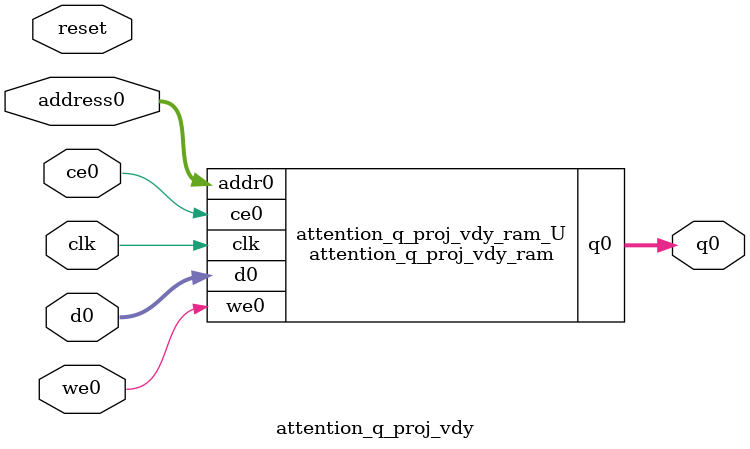
<source format=v>
`timescale 1 ns / 1 ps
module attention_q_proj_vdy_ram (addr0, ce0, d0, we0, q0,  clk);

parameter DWIDTH = 40;
parameter AWIDTH = 5;
parameter MEM_SIZE = 24;

input[AWIDTH-1:0] addr0;
input ce0;
input[DWIDTH-1:0] d0;
input we0;
output reg[DWIDTH-1:0] q0;
input clk;

(* ram_style = "distributed" *)reg [DWIDTH-1:0] ram[0:MEM_SIZE-1];




always @(posedge clk)  
begin 
    if (ce0) begin
        if (we0) 
            ram[addr0] <= d0; 
        q0 <= ram[addr0];
    end
end


endmodule

`timescale 1 ns / 1 ps
module attention_q_proj_vdy(
    reset,
    clk,
    address0,
    ce0,
    we0,
    d0,
    q0);

parameter DataWidth = 32'd40;
parameter AddressRange = 32'd24;
parameter AddressWidth = 32'd5;
input reset;
input clk;
input[AddressWidth - 1:0] address0;
input ce0;
input we0;
input[DataWidth - 1:0] d0;
output[DataWidth - 1:0] q0;



attention_q_proj_vdy_ram attention_q_proj_vdy_ram_U(
    .clk( clk ),
    .addr0( address0 ),
    .ce0( ce0 ),
    .we0( we0 ),
    .d0( d0 ),
    .q0( q0 ));

endmodule


</source>
